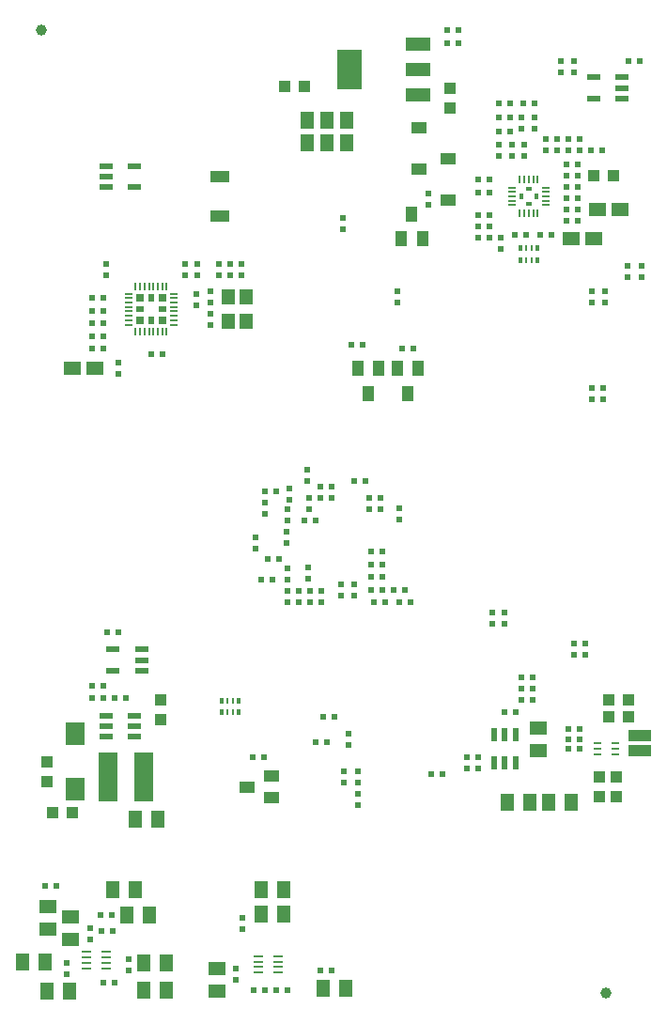
<source format=gbr>
%TF.GenerationSoftware,KiCad,Pcbnew,7.0.9-7.0.9~ubuntu22.04.1*%
%TF.CreationDate,2026-01-29T14:23:21+02:00*%
%TF.ProjectId,ESP32-P4-PC_Rev_B,45535033-322d-4503-942d-50435f526576,B*%
%TF.SameCoordinates,PX80befc0PY7459280*%
%TF.FileFunction,Paste,Bot*%
%TF.FilePolarity,Positive*%
%FSLAX46Y46*%
G04 Gerber Fmt 4.6, Leading zero omitted, Abs format (unit mm)*
G04 Created by KiCad (PCBNEW 7.0.9-7.0.9~ubuntu22.04.1) date 2026-01-29 14:23:21*
%MOMM*%
%LPD*%
G01*
G04 APERTURE LIST*
%ADD10R,0.550000X0.500000*%
%ADD11R,0.500000X0.550000*%
%ADD12R,1.270000X1.524000*%
%ADD13R,1.524000X1.270000*%
%ADD14R,1.016000X1.016000*%
%ADD15R,1.200000X0.550000*%
%ADD16R,1.200000X1.400000*%
%ADD17R,1.750000X4.500000*%
%ADD18R,1.700000X2.000000*%
%ADD19R,1.000000X1.400000*%
%ADD20R,1.400000X1.000000*%
%ADD21R,2.235200X1.219200*%
%ADD22R,2.200000X3.600000*%
%ADD23R,2.000000X1.100000*%
%ADD24R,0.550000X1.200000*%
%ADD25C,1.000000*%
%ADD26R,0.211000X0.800000*%
%ADD27R,0.800000X0.211000*%
%ADD28R,0.700000X0.700000*%
%ADD29R,0.600000X0.700000*%
%ADD30R,0.700000X0.600000*%
%ADD31R,1.778000X1.016000*%
%ADD32R,0.900000X0.230000*%
%ADD33R,0.305000X0.605000*%
%ADD34R,0.230000X0.605000*%
%ADD35R,0.500000X0.400000*%
%ADD36R,0.400000X0.500000*%
%ADD37R,0.750000X0.230000*%
G04 APERTURE END LIST*
D10*
%TO.C,R19*%
X21210000Y67263000D03*
X21210000Y66247000D03*
%TD*%
%TO.C,C82*%
X51182000Y84535000D03*
X51182000Y85551000D03*
%TD*%
D11*
%TO.C,C61*%
X24004000Y38815000D03*
X22988000Y38815000D03*
%TD*%
%TO.C,R5*%
X9526000Y8589000D03*
X8510000Y8589000D03*
%TD*%
%TO.C,R103*%
X23369000Y1858000D03*
X22353000Y1858000D03*
%TD*%
D12*
%TO.C,C125*%
X12447000Y1858000D03*
X14479000Y1858000D03*
%TD*%
D13*
%TO.C,C74*%
X48007000Y23448000D03*
X48007000Y25480000D03*
%TD*%
D10*
%TO.C,R2*%
X27179000Y47705000D03*
X27179000Y48721000D03*
%TD*%
D14*
%TO.C,C123*%
X5970000Y17860000D03*
X4192000Y17860000D03*
%TD*%
D11*
%TO.C,C69*%
X28957000Y24210000D03*
X27941000Y24210000D03*
%TD*%
%TO.C,C99*%
X43562000Y69676000D03*
X42546000Y69676000D03*
%TD*%
%TO.C,C4*%
X33910000Y41355000D03*
X32894000Y41355000D03*
%TD*%
D10*
%TO.C,C121*%
X20702000Y2747000D03*
X20702000Y3763000D03*
%TD*%
D12*
%TO.C,C135*%
X9653000Y10875000D03*
X11685000Y10875000D03*
%TD*%
D15*
%TO.C,U15*%
X12223000Y32526000D03*
X12223000Y31576000D03*
X12223000Y30626000D03*
X9623000Y30626000D03*
X9623000Y32526000D03*
%TD*%
D10*
%TO.C,C96*%
X30354000Y71454000D03*
X30354000Y70438000D03*
%TD*%
%TO.C,C36*%
X22480000Y41609000D03*
X22480000Y42625000D03*
%TD*%
D11*
%TO.C,C40*%
X36450000Y36783000D03*
X35434000Y36783000D03*
%TD*%
D14*
%TO.C,C63*%
X56135000Y26496000D03*
X54357000Y26496000D03*
%TD*%
D10*
%TO.C,C25*%
X18416000Y61802000D03*
X18416000Y62818000D03*
%TD*%
%TO.C,C53*%
X25401000Y36783000D03*
X25401000Y37799000D03*
%TD*%
D12*
%TO.C,L7*%
X28957000Y80217000D03*
X28957000Y78185000D03*
%TD*%
D10*
%TO.C,R67*%
X42546000Y21797000D03*
X42546000Y22813000D03*
%TD*%
%TO.C,R27*%
X43816000Y34878000D03*
X43816000Y35894000D03*
%TD*%
D14*
%TO.C,C122*%
X3684000Y22432000D03*
X3684000Y20654000D03*
%TD*%
D11*
%TO.C,C3*%
X33910000Y40212000D03*
X32894000Y40212000D03*
%TD*%
%TO.C,R61*%
X35688000Y59643000D03*
X36704000Y59643000D03*
%TD*%
D14*
%TO.C,C75*%
X26925000Y83265000D03*
X25147000Y83265000D03*
%TD*%
D11*
%TO.C,C56*%
X52198000Y33100000D03*
X51182000Y33100000D03*
%TD*%
D14*
%TO.C,C34*%
X53468000Y21035000D03*
X53468000Y19257000D03*
%TD*%
D11*
%TO.C,C87*%
X50547000Y72216000D03*
X51563000Y72216000D03*
%TD*%
%TO.C,R50*%
X40768000Y88345000D03*
X39752000Y88345000D03*
%TD*%
D10*
%TO.C,R71*%
X38101000Y72597000D03*
X38101000Y73613000D03*
%TD*%
D11*
%TO.C,C88*%
X43562000Y73740000D03*
X42546000Y73740000D03*
%TD*%
D13*
%TO.C,C129*%
X19051000Y1731000D03*
X19051000Y3763000D03*
%TD*%
D10*
%TO.C,R55*%
X31751000Y20527000D03*
X31751000Y21543000D03*
%TD*%
D12*
%TO.C,C90*%
X22988000Y8716000D03*
X25020000Y8716000D03*
%TD*%
D10*
%TO.C,R82*%
X47626000Y80471000D03*
X47626000Y79455000D03*
%TD*%
D11*
%TO.C,R35*%
X7748000Y64215000D03*
X8764000Y64215000D03*
%TD*%
D10*
%TO.C,C51*%
X25401000Y39831000D03*
X25401000Y38815000D03*
%TD*%
D14*
%TO.C,C37*%
X54992000Y21035000D03*
X54992000Y19257000D03*
%TD*%
D16*
%TO.C,Q2*%
X21629000Y64299000D03*
X20029000Y62099000D03*
X20029000Y64299000D03*
X21629000Y62099000D03*
%TD*%
D11*
%TO.C,R78*%
X45467000Y81741000D03*
X44451000Y81741000D03*
%TD*%
%TO.C,R90*%
X47499000Y28020000D03*
X46483000Y28020000D03*
%TD*%
D10*
%TO.C,R93*%
X53976000Y63834000D03*
X53976000Y64850000D03*
%TD*%
D11*
%TO.C,C48*%
X28449000Y36783000D03*
X27433000Y36783000D03*
%TD*%
%TO.C,C85*%
X50547000Y73232000D03*
X51563000Y73232000D03*
%TD*%
D13*
%TO.C,L9*%
X55373000Y72216000D03*
X53341000Y72216000D03*
%TD*%
D10*
%TO.C,R29*%
X52833000Y56087000D03*
X52833000Y55071000D03*
%TD*%
D17*
%TO.C,L11*%
X9196000Y21035000D03*
X12396000Y21035000D03*
%TD*%
D18*
%TO.C,D4*%
X6224000Y19932000D03*
X6224000Y24932000D03*
%TD*%
D10*
%TO.C,R17*%
X9018000Y66247000D03*
X9018000Y67263000D03*
%TD*%
%TO.C,R77*%
X44578000Y68660000D03*
X44578000Y69676000D03*
%TD*%
D11*
%TO.C,C80*%
X48134000Y69930000D03*
X49150000Y69930000D03*
%TD*%
D10*
%TO.C,C97*%
X45594000Y78058000D03*
X45594000Y77042000D03*
%TD*%
D12*
%TO.C,C133*%
X1525000Y4398000D03*
X3557000Y4398000D03*
%TD*%
%TO.C,L8*%
X30735000Y80217000D03*
X30735000Y78185000D03*
%TD*%
D10*
%TO.C,C46*%
X31370000Y37418000D03*
X31370000Y38434000D03*
%TD*%
D11*
%TO.C,R52*%
X39752000Y87202000D03*
X40768000Y87202000D03*
%TD*%
D10*
%TO.C,R92*%
X52833000Y63834000D03*
X52833000Y64850000D03*
%TD*%
%TO.C,R66*%
X41530000Y21797000D03*
X41530000Y22813000D03*
%TD*%
D11*
%TO.C,R53*%
X29592000Y26496000D03*
X28576000Y26496000D03*
%TD*%
D19*
%TO.C,FET6*%
X31690040Y57829440D03*
X33592500Y57829440D03*
X32637460Y55619640D03*
%TD*%
D12*
%TO.C,C134*%
X14479000Y4271000D03*
X12447000Y4271000D03*
%TD*%
D11*
%TO.C,R102*%
X9145000Y34116000D03*
X10161000Y34116000D03*
%TD*%
D10*
%TO.C,C26*%
X20194000Y66247000D03*
X20194000Y67263000D03*
%TD*%
D20*
%TO.C,D2*%
X39879000Y72983000D03*
X39879000Y76783000D03*
%TD*%
D10*
%TO.C,C5*%
X35434000Y44276000D03*
X35434000Y45292000D03*
%TD*%
D14*
%TO.C,C124*%
X13971000Y26242000D03*
X13971000Y28020000D03*
%TD*%
%TO.C,C64*%
X56135000Y28020000D03*
X54357000Y28020000D03*
%TD*%
D10*
%TO.C,C84*%
X44451000Y77042000D03*
X44451000Y78058000D03*
%TD*%
D11*
%TO.C,C81*%
X50547000Y74248000D03*
X51563000Y74248000D03*
%TD*%
D19*
%TO.C,Q5*%
X37526960Y69584560D03*
X35624500Y69584560D03*
X36579540Y71794360D03*
%TD*%
D15*
%TO.C,VR2*%
X55530000Y84088000D03*
X55530000Y83138000D03*
X55530000Y82188000D03*
X52930000Y82188000D03*
X52930000Y84088000D03*
%TD*%
D10*
%TO.C,R24*%
X7621000Y6430000D03*
X7621000Y7446000D03*
%TD*%
%TO.C,C23*%
X16130000Y66247000D03*
X16130000Y67263000D03*
%TD*%
D11*
%TO.C,R34*%
X7748000Y63072000D03*
X8764000Y63072000D03*
%TD*%
D10*
%TO.C,C119*%
X5462000Y3255000D03*
X5462000Y4271000D03*
%TD*%
%TO.C,R28*%
X44959000Y34878000D03*
X44959000Y35894000D03*
%TD*%
D11*
%TO.C,R95*%
X7748000Y28147000D03*
X8764000Y28147000D03*
%TD*%
%TO.C,C33*%
X24385000Y46816000D03*
X23369000Y46816000D03*
%TD*%
D21*
%TO.C,VR1*%
X37135800Y87100400D03*
D22*
X30938000Y84789000D03*
D21*
X37135800Y84789000D03*
X37135800Y82477600D03*
%TD*%
D14*
%TO.C,C66*%
X40006000Y83138000D03*
X40006000Y81360000D03*
%TD*%
D23*
%TO.C,L3*%
X57151000Y23383000D03*
X57151000Y24783000D03*
%TD*%
D11*
%TO.C,C79*%
X46864000Y69930000D03*
X45848000Y69930000D03*
%TD*%
%TO.C,C42*%
X32894000Y37926000D03*
X33910000Y37926000D03*
%TD*%
D10*
%TO.C,R33*%
X57278000Y66120000D03*
X57278000Y67136000D03*
%TD*%
D11*
%TO.C,C77*%
X50547000Y76280000D03*
X51563000Y76280000D03*
%TD*%
%TO.C,R45*%
X51690000Y23575000D03*
X50674000Y23575000D03*
%TD*%
%TO.C,R51*%
X45975000Y26877000D03*
X44959000Y26877000D03*
%TD*%
D10*
%TO.C,R59*%
X50674000Y77550000D03*
X50674000Y78566000D03*
%TD*%
%TO.C,C55*%
X25274000Y43133000D03*
X25274000Y42117000D03*
%TD*%
D24*
%TO.C,U6*%
X45909000Y22274900D03*
X44959000Y22274900D03*
X44009000Y22274900D03*
X44009000Y24875100D03*
X44959000Y24875100D03*
X45909000Y24875100D03*
%TD*%
D11*
%TO.C,R62*%
X31116000Y60024000D03*
X32132000Y60024000D03*
%TD*%
%TO.C,C131*%
X29338000Y3636000D03*
X28322000Y3636000D03*
%TD*%
%TO.C,R58*%
X52706000Y77550000D03*
X53722000Y77550000D03*
%TD*%
D19*
%TO.C,FET5*%
X35246040Y57829440D03*
X37148500Y57829440D03*
X36193460Y55619640D03*
%TD*%
D10*
%TO.C,C58*%
X27204400Y38916600D03*
X27204400Y39932600D03*
%TD*%
D11*
%TO.C,R1*%
X32386000Y47705000D03*
X31370000Y47705000D03*
%TD*%
D25*
%TO.C,FID6*%
X3176000Y88345000D03*
%TD*%
D11*
%TO.C,C57*%
X52198000Y32084000D03*
X51182000Y32084000D03*
%TD*%
D13*
%TO.C,L2*%
X5970000Y57865000D03*
X8002000Y57865000D03*
%TD*%
D10*
%TO.C,C98*%
X46737000Y78058000D03*
X46737000Y77042000D03*
%TD*%
D11*
%TO.C,C59*%
X51690000Y25353000D03*
X50674000Y25353000D03*
%TD*%
%TO.C,C39*%
X24639000Y40720000D03*
X23623000Y40720000D03*
%TD*%
D10*
%TO.C,R68*%
X50039000Y84535000D03*
X50039000Y85551000D03*
%TD*%
D11*
%TO.C,C83*%
X50547000Y71200000D03*
X51563000Y71200000D03*
%TD*%
D10*
%TO.C,R18*%
X19178000Y67263000D03*
X19178000Y66247000D03*
%TD*%
%TO.C,C24*%
X18416000Y64850000D03*
X18416000Y63834000D03*
%TD*%
%TO.C,C11*%
X29338000Y47197000D03*
X29338000Y46181000D03*
%TD*%
D11*
%TO.C,C49*%
X28449000Y37799000D03*
X27433000Y37799000D03*
%TD*%
D10*
%TO.C,C22*%
X17273000Y66247000D03*
X17273000Y67263000D03*
%TD*%
D15*
%TO.C,U14*%
X8987900Y24657000D03*
X8987900Y25607000D03*
X8987900Y26557000D03*
X11588100Y26557000D03*
X11588100Y25607000D03*
X11588100Y24657000D03*
%TD*%
D25*
%TO.C,FID8*%
X54103000Y1604000D03*
%TD*%
D10*
%TO.C,R54*%
X30481000Y20527000D03*
X30481000Y21543000D03*
%TD*%
D11*
%TO.C,C43*%
X32894000Y39069000D03*
X33910000Y39069000D03*
%TD*%
D10*
%TO.C,C68*%
X31751000Y19511000D03*
X31751000Y18495000D03*
%TD*%
%TO.C,R49*%
X56008000Y67136000D03*
X56008000Y66120000D03*
%TD*%
D11*
%TO.C,R23*%
X8764000Y59643000D03*
X7748000Y59643000D03*
%TD*%
D10*
%TO.C,C12*%
X25528000Y47070000D03*
X25528000Y46054000D03*
%TD*%
D20*
%TO.C,D3*%
X37212000Y79577000D03*
X37212000Y75777000D03*
%TD*%
D14*
%TO.C,R31*%
X54738000Y75264000D03*
X52960000Y75264000D03*
%TD*%
D10*
%TO.C,R30*%
X53849000Y56087000D03*
X53849000Y55071000D03*
%TD*%
%TO.C,C47*%
X30227000Y38434000D03*
X30227000Y37418000D03*
%TD*%
D11*
%TO.C,R41*%
X33148000Y36783000D03*
X34164000Y36783000D03*
%TD*%
D26*
%TO.C,U2*%
X14482000Y65199000D03*
X14082000Y65199000D03*
X13682000Y65199000D03*
X13282000Y65199000D03*
X12882000Y65199000D03*
X12482000Y65199000D03*
X12082000Y65199000D03*
X11682000Y65199000D03*
D27*
X15082000Y64599000D03*
X11082000Y64599000D03*
D28*
X14132000Y64249000D03*
D29*
X13082000Y64249000D03*
D28*
X12032000Y64249000D03*
D27*
X15082000Y64199000D03*
X11082000Y64199000D03*
X15082000Y63799000D03*
X11082000Y63799000D03*
X15082000Y63399000D03*
X11082000Y63399000D03*
D30*
X14132000Y63199000D03*
X12032000Y63199000D03*
D27*
X15082000Y62999000D03*
X11082000Y62999000D03*
X15082000Y62599000D03*
X11082000Y62599000D03*
X15082000Y62199000D03*
X11082000Y62199000D03*
D28*
X14132000Y62149000D03*
D29*
X13082000Y62149000D03*
D28*
X12032000Y62149000D03*
D27*
X15082000Y61799000D03*
X11082000Y61799000D03*
D26*
X14482000Y61199000D03*
X14082000Y61199000D03*
X13682000Y61199000D03*
X13282000Y61199000D03*
X12882000Y61199000D03*
X12482000Y61199000D03*
X12082000Y61199000D03*
X11682000Y61199000D03*
%TD*%
D11*
%TO.C,C86*%
X43562000Y74883000D03*
X42546000Y74883000D03*
%TD*%
D31*
%TO.C,C17*%
X19305000Y71581000D03*
X19305000Y75137000D03*
%TD*%
D10*
%TO.C,C20*%
X10161000Y58373000D03*
X10161000Y57357000D03*
%TD*%
D12*
%TO.C,C136*%
X10923000Y8589000D03*
X12955000Y8589000D03*
%TD*%
D11*
%TO.C,R22*%
X7748000Y60786000D03*
X8764000Y60786000D03*
%TD*%
D12*
%TO.C,C89*%
X50928000Y18749000D03*
X48896000Y18749000D03*
%TD*%
D11*
%TO.C,R98*%
X9780000Y28147000D03*
X10796000Y28147000D03*
%TD*%
%TO.C,R60*%
X50547000Y75264000D03*
X51563000Y75264000D03*
%TD*%
%TO.C,C32*%
X27941000Y44149000D03*
X26925000Y44149000D03*
%TD*%
%TO.C,R89*%
X8637000Y7192000D03*
X9653000Y7192000D03*
%TD*%
D10*
%TO.C,R40*%
X23369000Y44784000D03*
X23369000Y45800000D03*
%TD*%
D12*
%TO.C,C118*%
X3684000Y1731000D03*
X5716000Y1731000D03*
%TD*%
D11*
%TO.C,C9*%
X32767000Y46181000D03*
X33783000Y46181000D03*
%TD*%
D13*
%TO.C,L5*%
X52960000Y69549000D03*
X50928000Y69549000D03*
%TD*%
D11*
%TO.C,R79*%
X45467000Y80471000D03*
X44451000Y80471000D03*
%TD*%
D32*
%TO.C,U16*%
X24523000Y4894000D03*
X22723000Y4894000D03*
X24523000Y4394000D03*
X22723000Y4394000D03*
X24523000Y3894000D03*
X22723000Y3894000D03*
X24523000Y3394000D03*
X22723000Y3394000D03*
%TD*%
D11*
%TO.C,C101*%
X42546000Y71708000D03*
X43562000Y71708000D03*
%TD*%
D10*
%TO.C,C128*%
X21337000Y8335000D03*
X21337000Y7319000D03*
%TD*%
D13*
%TO.C,C132*%
X5843000Y8462000D03*
X5843000Y6430000D03*
%TD*%
D32*
%TO.C,U13*%
X9029000Y5275000D03*
X7229000Y5275000D03*
X9029000Y4775000D03*
X7229000Y4775000D03*
X9029000Y4275000D03*
X7229000Y4275000D03*
X9029000Y3775000D03*
X7229000Y3775000D03*
%TD*%
D10*
%TO.C,C94*%
X35307000Y64850000D03*
X35307000Y63834000D03*
%TD*%
%TO.C,R56*%
X51690000Y77550000D03*
X51690000Y78566000D03*
%TD*%
D33*
%TO.C,RM2*%
X47908000Y67639500D03*
X47908000Y68664500D03*
D34*
X47368000Y67639500D03*
X47368000Y68664500D03*
X46868000Y67639500D03*
X46868000Y68664500D03*
D33*
X46328000Y67639500D03*
X46328000Y68664500D03*
%TD*%
D10*
%TO.C,C50*%
X26417000Y36783000D03*
X26417000Y37799000D03*
%TD*%
D13*
%TO.C,C127*%
X3811000Y9351000D03*
X3811000Y7319000D03*
%TD*%
D12*
%TO.C,C93*%
X22988000Y10875000D03*
X25020000Y10875000D03*
%TD*%
D11*
%TO.C,C100*%
X43562000Y70692000D03*
X42546000Y70692000D03*
%TD*%
%TO.C,R105*%
X24385000Y1858000D03*
X25401000Y1858000D03*
%TD*%
%TO.C,R96*%
X46483000Y29036000D03*
X47499000Y29036000D03*
%TD*%
D26*
%TO.C,U8*%
X47918000Y74859000D03*
X47518000Y74859000D03*
X47118000Y74859000D03*
X46718000Y74859000D03*
X46318000Y74859000D03*
D27*
X48618000Y74159000D03*
X45618000Y74159000D03*
D35*
X47118000Y74009000D03*
D27*
X48618000Y73759000D03*
X45618000Y73759000D03*
X48618000Y73359000D03*
D36*
X47768000Y73359000D03*
X46468000Y73359000D03*
D27*
X45618000Y73359000D03*
X48618000Y72959000D03*
X45618000Y72959000D03*
D35*
X47118000Y72709000D03*
D27*
X48618000Y72559000D03*
X45618000Y72559000D03*
D26*
X47918000Y71859000D03*
X47518000Y71859000D03*
X47118000Y71859000D03*
X46718000Y71859000D03*
X46318000Y71859000D03*
%TD*%
D10*
%TO.C,C10*%
X28322000Y47197000D03*
X28322000Y46181000D03*
%TD*%
%TO.C,C70*%
X30862000Y24972000D03*
X30862000Y23956000D03*
%TD*%
D37*
%TO.C,U4*%
X53328000Y24075000D03*
X53328000Y23575000D03*
X53328000Y23075000D03*
X54878000Y24075000D03*
X54878000Y23575000D03*
X54878000Y23075000D03*
%TD*%
D11*
%TO.C,R81*%
X44451000Y79201000D03*
X45467000Y79201000D03*
%TD*%
%TO.C,C126*%
X8764000Y29290000D03*
X7748000Y29290000D03*
%TD*%
%TO.C,C76*%
X56135000Y85551000D03*
X57151000Y85551000D03*
%TD*%
D10*
%TO.C,C78*%
X48642000Y77550000D03*
X48642000Y78566000D03*
%TD*%
D12*
%TO.C,C130*%
X28576000Y1985000D03*
X30608000Y1985000D03*
%TD*%
D11*
%TO.C,C104*%
X46610000Y81741000D03*
X47626000Y81741000D03*
%TD*%
D12*
%TO.C,L6*%
X27179000Y80217000D03*
X27179000Y78185000D03*
%TD*%
D11*
%TO.C,C115*%
X47499000Y30052000D03*
X46483000Y30052000D03*
%TD*%
D33*
%TO.C,RM1*%
X20984000Y26872500D03*
X20984000Y27897500D03*
D34*
X20444000Y26872500D03*
X20444000Y27897500D03*
X19944000Y26872500D03*
X19944000Y27897500D03*
D33*
X19404000Y26872500D03*
X19404000Y27897500D03*
%TD*%
D10*
%TO.C,R57*%
X49658000Y77550000D03*
X49658000Y78566000D03*
%TD*%
%TO.C,C120*%
X11050000Y3636000D03*
X11050000Y4652000D03*
%TD*%
D11*
%TO.C,C41*%
X35942000Y37926000D03*
X34926000Y37926000D03*
%TD*%
%TO.C,C8*%
X32767000Y45165000D03*
X33783000Y45165000D03*
%TD*%
D10*
%TO.C,C54*%
X25401000Y44149000D03*
X25401000Y45165000D03*
%TD*%
D15*
%TO.C,TVS1*%
X8988000Y74187000D03*
X8988000Y75137000D03*
X8988000Y76087000D03*
X11588000Y76087000D03*
X11588000Y74187000D03*
%TD*%
D11*
%TO.C,R37*%
X7748000Y61929000D03*
X8764000Y61929000D03*
%TD*%
%TO.C,R38*%
X14098000Y59135000D03*
X13082000Y59135000D03*
%TD*%
%TO.C,C31*%
X9780000Y2493000D03*
X8764000Y2493000D03*
%TD*%
%TO.C,R6*%
X3557000Y11256000D03*
X4573000Y11256000D03*
%TD*%
%TO.C,C71*%
X38355000Y21289000D03*
X39371000Y21289000D03*
%TD*%
D10*
%TO.C,C13*%
X27306000Y46181000D03*
X27306000Y45165000D03*
%TD*%
D20*
%TO.C,FET1*%
X23968440Y21095960D03*
X23968440Y19193500D03*
X21758640Y20148540D03*
%TD*%
D11*
%TO.C,R3*%
X22226000Y22813000D03*
X23242000Y22813000D03*
%TD*%
D12*
%TO.C,C92*%
X45213000Y18749000D03*
X47245000Y18749000D03*
%TD*%
D11*
%TO.C,R44*%
X51690000Y24464000D03*
X50674000Y24464000D03*
%TD*%
D10*
%TO.C,R20*%
X17146000Y63580000D03*
X17146000Y64596000D03*
%TD*%
%TO.C,R80*%
X46483000Y80471000D03*
X46483000Y79455000D03*
%TD*%
D12*
%TO.C,C116*%
X11685000Y17225000D03*
X13717000Y17225000D03*
%TD*%
M02*

</source>
